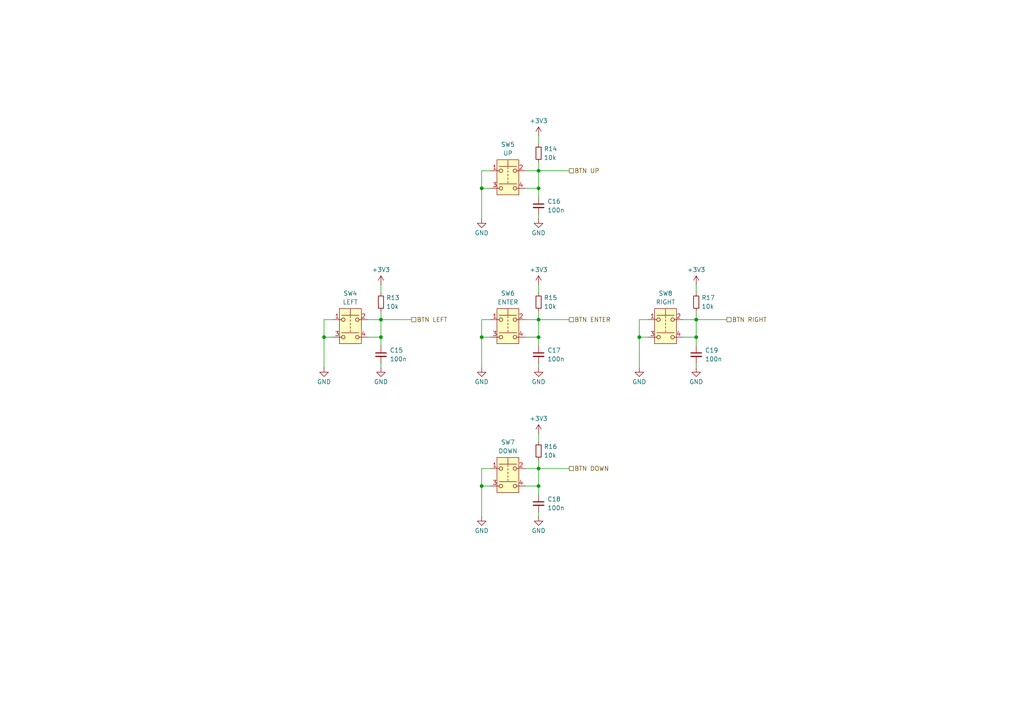
<source format=kicad_sch>
(kicad_sch (version 20250114) (generator "eeschema") (generator_version "9.0")
  (paper "A4")
  (title_block (title "ESP32MP3 devboard") (date "2025-12-08") (rev "Rev 1.0") (company "GiacoBot") (comment 1 "https://github.com/GiacoBot/ESP32MP3"))
  (lib_symbols
    (symbol "Device:C_Small" (pin_numbers (hide yes)) (pin_names (offset 0.254) (hide yes))
      (property "Reference" "C" (at 0.254 1.778 0))
      (property "Value" "C_Small" (at 0.254 -2.032 0))
      (symbol "C_Small_0_1"
        (polyline (pts (xy -1.524 0.508) (xy 1.524 0.508)) (stroke (width 0.3048)))
        (polyline (pts (xy -1.524 -0.508) (xy 1.524 -0.508)) (stroke (width 0.3302)))
      )
      (symbol "C_Small_1_1"
        (pin passive line (at 0 2.54 270) (length 2.032) (name "~") (number "1"))
        (pin passive line (at 0 -2.54 90) (length 2.032) (name "~") (number "2"))
      )
    )
    (symbol "Device:R_Small" (pin_numbers (hide yes)) (pin_names (offset 0.254) (hide yes))
      (property "Reference" "R" (at 0 0 90))
      (property "Value" "R_Small" (at 1.778 0 90))
      (symbol "R_Small_0_1"
        (rectangle (start -0.762 1.778) (end 0.762 -1.778) (stroke (width 0.2032)))
      )
      (symbol "R_Small_1_1"
        (pin passive line (at 0 2.54 270) (length 0.762) (name "~") (number "1"))
        (pin passive line (at 0 -2.54 90) (length 0.762) (name "~") (number "2"))
      )
    )
    (symbol "Switch:SW_Push_Dual" (pin_names (offset 1.016) (hide yes))
      (property "Reference" "SW" (at 0 7.62 0))
      (property "Value" "SW_Push_Dual" (at 0 -6.35 0))
      (symbol "SW_Push_Dual_0_1"
        (circle (center -2.032 2.54) (radius 0.508))
        (circle (center -2.032 -2.54) (radius 0.508))
        (polyline (pts (xy 0 3.81) (xy 0 5.588)))
        (polyline (pts (xy 0 3.048) (xy 0 3.556)))
        (polyline (pts (xy 0 2.032) (xy 0 2.54)))
        (polyline (pts (xy 0 1.016) (xy 0 1.524)))
        (polyline (pts (xy 0 0.508) (xy 0 0)))
        (polyline (pts (xy 0 -0.508) (xy 0 -1.016)))
        (circle (center 2.032 2.54) (radius 0.508))
        (circle (center 2.032 -2.54) (radius 0.508))
        (polyline (pts (xy 2.54 3.81) (xy -2.54 3.81)))
        (polyline (pts (xy 2.54 -1.27) (xy -2.54 -1.27)))
        (pin passive line (at -5.08 2.54 0) (length 2.54) (name "1") (number "1"))
        (pin passive line (at -5.08 -2.54 0) (length 2.54) (name "3") (number "3"))
        (pin passive line (at 5.08 2.54 180) (length 2.54) (name "2") (number "2"))
        (pin passive line (at 5.08 -2.54 180) (length 2.54) (name "4") (number "4"))
      )
      (symbol "SW_Push_Dual_1_1"
        (rectangle (start -3.175 5.715) (end 3.175 -4.445) (fill (type background)))
      )
    )
    (symbol "power:+3V3" (power) (pin_numbers (hide yes)) (pin_names (offset 0) (hide yes))
      (property "Value" "+3V3" (at 0 3.556 0))
      (symbol "+3V3_0_1"
        (polyline (pts (xy -0.762 1.27) (xy 0 2.54)))
        (polyline (pts (xy 0 2.54) (xy 0.762 1.27)))
        (polyline (pts (xy 0 0) (xy 0 2.54)))
      )
      (symbol "+3V3_1_1"
        (pin power_in line (at 0 0 90) (length 0) (name "~") (number "1"))
      )
    )
    (symbol "power:GND" (power) (pin_numbers (hide yes)) (pin_names (offset 0) (hide yes))
      (property "Value" "GND" (at 0 -3.81 0))
      (symbol "GND_0_1"
        (polyline (pts (xy 0 0) (xy 0 -1.27) (xy 1.27 -1.27) (xy 0 -2.54) (xy -1.27 -1.27) (xy 0 -1.27)))
      )
      (symbol "GND_1_1"
        (pin power_in line (at 0 0 270) (length 0) (name "~") (number "1"))
      )
    )
  )
  (junction (at 185.42 97.79))
  (junction (at 110.49 92.71))
  (junction (at 93.98 97.79))
  (junction (at 139.7 54.61))
  (junction (at 139.7 97.79))
  (junction (at 201.93 97.79))
  (junction (at 156.21 135.89))
  (junction (at 139.7 140.97))
  (junction (at 156.21 140.97))
  (junction (at 201.93 92.71))
  (junction (at 156.21 97.79))
  (junction (at 156.21 92.71))
  (junction (at 110.49 97.79))
  (junction (at 156.21 49.53))
  (junction (at 156.21 54.61))
  (wire (pts (xy 139.7 54.61) (xy 139.7 63.5)))
  (wire (pts (xy 185.42 97.79) (xy 187.96 97.79)))
  (wire (pts (xy 156.21 49.53) (xy 156.21 54.61)))
  (wire (pts (xy 110.49 97.79) (xy 110.49 100.33)))
  (wire (pts (xy 156.21 140.97) (xy 156.21 143.51)))
  (wire (pts (xy 139.7 135.89) (xy 139.7 140.97)))
  (wire (pts (xy 198.12 97.79) (xy 201.93 97.79)))
  (wire (pts (xy 142.24 49.53) (xy 139.7 49.53)))
  (wire (pts (xy 156.21 149.86) (xy 156.21 148.59)))
  (wire (pts (xy 152.4 135.89) (xy 156.21 135.89)))
  (wire (pts (xy 156.21 135.89) (xy 156.21 133.35)))
  (wire (pts (xy 187.96 92.71) (xy 185.42 92.71)))
  (wire (pts (xy 201.93 92.71) (xy 201.93 97.79)))
  (wire (pts (xy 185.42 97.79) (xy 185.42 106.68)))
  (wire (pts (xy 139.7 97.79) (xy 139.7 106.68)))
  (wire (pts (xy 142.24 92.71) (xy 139.7 92.71)))
  (wire (pts (xy 201.93 106.68) (xy 201.93 105.41)))
  (wire (pts (xy 152.4 97.79) (xy 156.21 97.79)))
  (wire (pts (xy 156.21 63.5) (xy 156.21 62.23)))
  (wire (pts (xy 152.4 54.61) (xy 156.21 54.61)))
  (wire (pts (xy 156.21 92.71) (xy 165.1 92.71)))
  (wire (pts (xy 152.4 140.97) (xy 156.21 140.97)))
  (wire (pts (xy 156.21 92.71) (xy 156.21 90.17)))
  (wire (pts (xy 201.93 82.55) (xy 201.93 85.09)))
  (wire (pts (xy 201.93 97.79) (xy 201.93 100.33)))
  (wire (pts (xy 110.49 92.71) (xy 110.49 97.79)))
  (wire (pts (xy 156.21 125.73) (xy 156.21 128.27)))
  (wire (pts (xy 156.21 49.53) (xy 156.21 46.99)))
  (wire (pts (xy 139.7 140.97) (xy 142.24 140.97)))
  (wire (pts (xy 93.98 97.79) (xy 93.98 106.68)))
  (wire (pts (xy 152.4 49.53) (xy 156.21 49.53)))
  (wire (pts (xy 139.7 140.97) (xy 139.7 149.86)))
  (wire (pts (xy 142.24 135.89) (xy 139.7 135.89)))
  (wire (pts (xy 93.98 97.79) (xy 96.52 97.79)))
  (wire (pts (xy 185.42 92.71) (xy 185.42 97.79)))
  (wire (pts (xy 156.21 97.79) (xy 156.21 100.33)))
  (wire (pts (xy 152.4 92.71) (xy 156.21 92.71)))
  (wire (pts (xy 201.93 92.71) (xy 210.82 92.71)))
  (wire (pts (xy 156.21 49.53) (xy 165.1 49.53)))
  (wire (pts (xy 96.52 92.71) (xy 93.98 92.71)))
  (wire (pts (xy 139.7 49.53) (xy 139.7 54.61)))
  (wire (pts (xy 156.21 54.61) (xy 156.21 57.15)))
  (wire (pts (xy 106.68 97.79) (xy 110.49 97.79)))
  (wire (pts (xy 139.7 92.71) (xy 139.7 97.79)))
  (wire (pts (xy 106.68 92.71) (xy 110.49 92.71)))
  (wire (pts (xy 110.49 106.68) (xy 110.49 105.41)))
  (wire (pts (xy 156.21 106.68) (xy 156.21 105.41)))
  (wire (pts (xy 201.93 92.71) (xy 201.93 90.17)))
  (wire (pts (xy 156.21 39.37) (xy 156.21 41.91)))
  (wire (pts (xy 198.12 92.71) (xy 201.93 92.71)))
  (wire (pts (xy 156.21 135.89) (xy 165.1 135.89)))
  (wire (pts (xy 156.21 82.55) (xy 156.21 85.09)))
  (wire (pts (xy 139.7 97.79) (xy 142.24 97.79)))
  (wire (pts (xy 139.7 54.61) (xy 142.24 54.61)))
  (wire (pts (xy 110.49 92.71) (xy 119.38 92.71)))
  (wire (pts (xy 156.21 92.71) (xy 156.21 97.79)))
  (wire (pts (xy 156.21 135.89) (xy 156.21 140.97)))
  (wire (pts (xy 110.49 82.55) (xy 110.49 85.09)))
  (wire (pts (xy 93.98 92.71) (xy 93.98 97.79)))
  (wire (pts (xy 110.49 92.71) (xy 110.49 90.17)))
  (hierarchical_label "BTN LEFT" (shape passive) (at 119.38 92.71 0))
  (hierarchical_label "BTN UP" (shape passive) (at 165.1 49.53 0))
  (hierarchical_label "BTN DOWN" (shape passive) (at 165.1 135.89 0))
  (hierarchical_label "BTN ENTER" (shape passive) (at 165.1 92.71 0))
  (hierarchical_label "BTN RIGHT" (shape passive) (at 210.82 92.71 0))
  (symbol (lib_id "Device:R_Small") (at 156.21 87.63 0) (unit 1)
    (property "Reference" "R15" (at 157.734 86.36 0) (effects (justify left)))
    (property "Value" "10k" (at 157.734 88.9 0) (effects (justify left)))
    (property "Footprint" "Resistor_SMD:R_0603_1608Metric_Pad0.98x0.95mm_HandSolder" (effects (hide yes)))
    (property "Description" "Resistor, small symbol" (effects (hide yes)))
    (property "Part Number" "YAGEO RC0603FR-0710KL" (effects (hide yes)))
  )
  (symbol (lib_id "Switch:SW_Push_Dual") (at 101.6 95.25 0) (unit 1)
    (property "Reference" "SW4" (at 101.6 85.09 0))
    (property "Value" "LEFT" (at 101.6 87.63 0))
    (property "Footprint" "Library:PTS526SM15SMTR2LFS" (effects (hide yes)))
    (property "Description" "Push button switch, generic, symbol, four pins" (effects (hide yes)))
    (property "Part Number" "C&K PTS526SK15SMTR2LFS" (effects (hide yes)))
  )
  (symbol (lib_id "Switch:SW_Push_Dual") (at 193.04 95.25 0) (unit 1)
    (property "Reference" "SW8" (at 193.04 85.09 0))
    (property "Value" "RIGHT" (at 193.04 87.63 0))
    (property "Footprint" "Library:PTS526SM15SMTR2LFS" (effects (hide yes)))
    (property "Description" "Push button switch, generic, symbol, four pins" (effects (hide yes)))
    (property "Part Number" "C&K PTS526SK15SMTR2LFS" (effects (hide yes)))
  )
  (symbol (lib_id "Device:C_Small") (at 156.21 146.05 0) (unit 1)
    (property "Reference" "C18" (at 158.75 144.7862 0) (effects (justify left)))
    (property "Value" "100n" (at 158.75 147.3262 0) (effects (justify left)))
    (property "Footprint" "Capacitor_SMD:C_0603_1608Metric" (effects (hide yes)))
    (property "Description" "Unpolarized capacitor, small symbol" (effects (hide yes)))
    (property "Part Number" "YAGEO CC0603KRX7R9BB104" (effects (hide yes)))
  )
  (symbol (lib_id "Switch:SW_Push_Dual") (at 147.32 52.07 0) (unit 1)
    (property "Reference" "SW5" (at 147.32 41.91 0))
    (property "Value" "UP" (at 147.32 44.45 0))
    (property "Footprint" "Library:PTS526SM15SMTR2LFS" (effects (hide yes)))
    (property "Description" "Push button switch, generic, symbol, four pins" (effects (hide yes)))
    (property "Part Number" "C&K PTS526SK15SMTR2LFS" (effects (hide yes)))
  )
  (symbol (lib_id "Device:R_Small") (at 110.49 87.63 0) (unit 1)
    (property "Reference" "R13" (at 112.014 86.36 0) (effects (justify left)))
    (property "Value" "10k" (at 112.014 88.9 0) (effects (justify left)))
    (property "Footprint" "Resistor_SMD:R_0603_1608Metric_Pad0.98x0.95mm_HandSolder" (effects (hide yes)))
    (property "Description" "Resistor, small symbol" (effects (hide yes)))
    (property "Part Number" "YAGEO RC0603FR-0710KL" (effects (hide yes)))
  )
  (symbol (lib_id "power:GND") (at 156.21 149.86 0) (unit 1)
    (property "Reference" "#PWR062" (effects (hide yes)))
    (property "Value" "GND" (at 156.21 153.924 0))
    (property "Description" "Power symbol creates a global label with name \"GND\" , ground" (effects (hide yes)))
  )
  (symbol (lib_id "power:GND") (at 110.49 106.68 0) (unit 1)
    (property "Reference" "#PWR053" (effects (hide yes)))
    (property "Value" "GND" (at 110.49 110.744 0))
    (property "Description" "Power symbol creates a global label with name \"GND\" , ground" (effects (hide yes)))
  )
  (symbol (lib_id "power:GND") (at 201.93 106.68 0) (unit 1)
    (property "Reference" "#PWR065" (effects (hide yes)))
    (property "Value" "GND" (at 201.93 110.744 0))
    (property "Description" "Power symbol creates a global label with name \"GND\" , ground" (effects (hide yes)))
  )
  (symbol (lib_id "Switch:SW_Push_Dual") (at 147.32 95.25 0) (unit 1)
    (property "Reference" "SW6" (at 147.32 85.09 0))
    (property "Value" "ENTER" (at 147.32 87.63 0))
    (property "Footprint" "Library:PTS526SM15SMTR2LFS" (effects (hide yes)))
    (property "Description" "Push button switch, generic, symbol, four pins" (effects (hide yes)))
    (property "Part Number" "C&K PTS526SK15SMTR2LFS" (effects (hide yes)))
  )
  (symbol (lib_id "power:+3V3") (at 156.21 125.73 0) (unit 1)
    (property "Reference" "#PWR061" (effects (hide yes)))
    (property "Value" "+3V3" (at 156.21 121.412 0))
    (property "Description" "Power symbol creates a global label with name \"+3V3\"" (effects (hide yes)))
  )
  (symbol (lib_id "Device:R_Small") (at 156.21 130.81 0) (unit 1)
    (property "Reference" "R16" (at 157.734 129.54 0) (effects (justify left)))
    (property "Value" "10k" (at 157.734 132.08 0) (effects (justify left)))
    (property "Footprint" "Resistor_SMD:R_0603_1608Metric_Pad0.98x0.95mm_HandSolder" (effects (hide yes)))
    (property "Description" "Resistor, small symbol" (effects (hide yes)))
    (property "Part Number" "YAGEO RC0603FR-0710KL" (effects (hide yes)))
  )
  (symbol (lib_id "power:GND") (at 185.42 106.68 0) (unit 1)
    (property "Reference" "#PWR063" (effects (hide yes)))
    (property "Value" "GND" (at 185.42 110.744 0))
    (property "Description" "Power symbol creates a global label with name \"GND\" , ground" (effects (hide yes)))
  )
  (symbol (lib_id "power:+3V3") (at 110.49 82.55 0) (unit 1)
    (property "Reference" "#PWR052" (effects (hide yes)))
    (property "Value" "+3V3" (at 110.49 78.232 0))
    (property "Description" "Power symbol creates a global label with name \"+3V3\"" (effects (hide yes)))
  )
  (symbol (lib_id "power:GND") (at 156.21 63.5 0) (unit 1)
    (property "Reference" "#PWR058" (effects (hide yes)))
    (property "Value" "GND" (at 156.21 67.564 0))
    (property "Description" "Power symbol creates a global label with name \"GND\" , ground" (effects (hide yes)))
  )
  (symbol (lib_id "Device:C_Small") (at 156.21 59.69 0) (unit 1)
    (property "Reference" "C16" (at 158.75 58.4262 0) (effects (justify left)))
    (property "Value" "100n" (at 158.75 60.9662 0) (effects (justify left)))
    (property "Footprint" "Capacitor_SMD:C_0603_1608Metric" (effects (hide yes)))
    (property "Description" "Unpolarized capacitor, small symbol" (effects (hide yes)))
    (property "Part Number" "YAGEO CC0603KRX7R9BB104" (effects (hide yes)))
  )
  (symbol (lib_id "power:GND") (at 139.7 106.68 0) (unit 1)
    (property "Reference" "#PWR055" (effects (hide yes)))
    (property "Value" "GND" (at 139.7 110.744 0))
    (property "Description" "Power symbol creates a global label with name \"GND\" , ground" (effects (hide yes)))
  )
  (symbol (lib_id "power:+3V3") (at 201.93 82.55 0) (unit 1)
    (property "Reference" "#PWR064" (effects (hide yes)))
    (property "Value" "+3V3" (at 201.93 78.232 0))
    (property "Description" "Power symbol creates a global label with name \"+3V3\"" (effects (hide yes)))
  )
  (symbol (lib_id "Switch:SW_Push_Dual") (at 147.32 138.43 0) (unit 1)
    (property "Reference" "SW7" (at 147.32 128.27 0))
    (property "Value" "DOWN" (at 147.32 130.81 0))
    (property "Footprint" "Library:PTS526SM15SMTR2LFS" (effects (hide yes)))
    (property "Description" "Push button switch, generic, symbol, four pins" (effects (hide yes)))
    (property "Part Number" "C&K PTS526SK15SMTR2LFS" (effects (hide yes)))
  )
  (symbol (lib_id "Device:C_Small") (at 201.93 102.87 0) (unit 1)
    (property "Reference" "C19" (at 204.47 101.6062 0) (effects (justify left)))
    (property "Value" "100n" (at 204.47 104.1462 0) (effects (justify left)))
    (property "Footprint" "Capacitor_SMD:C_0603_1608Metric" (effects (hide yes)))
    (property "Description" "Unpolarized capacitor, small symbol" (effects (hide yes)))
    (property "Part Number" "YAGEO CC0603KRX7R9BB104" (effects (hide yes)))
  )
  (symbol (lib_id "Device:R_Small") (at 201.93 87.63 0) (unit 1)
    (property "Reference" "R17" (at 203.454 86.36 0) (effects (justify left)))
    (property "Value" "10k" (at 203.454 88.9 0) (effects (justify left)))
    (property "Footprint" "Resistor_SMD:R_0603_1608Metric_Pad0.98x0.95mm_HandSolder" (effects (hide yes)))
    (property "Description" "Resistor, small symbol" (effects (hide yes)))
    (property "Part Number" "YAGEO RC0603FR-0710KL" (effects (hide yes)))
  )
  (symbol (lib_id "power:+3V3") (at 156.21 39.37 0) (unit 1)
    (property "Reference" "#PWR057" (effects (hide yes)))
    (property "Value" "+3V3" (at 156.21 35.052 0))
    (property "Description" "Power symbol creates a global label with name \"+3V3\"" (effects (hide yes)))
  )
  (symbol (lib_id "Device:C_Small") (at 110.49 102.87 0) (unit 1)
    (property "Reference" "C15" (at 113.03 101.6062 0) (effects (justify left)))
    (property "Value" "100n" (at 113.03 104.1462 0) (effects (justify left)))
    (property "Footprint" "Capacitor_SMD:C_0603_1608Metric" (effects (hide yes)))
    (property "Description" "Unpolarized capacitor, small symbol" (effects (hide yes)))
    (property "Part Number" "YAGEO CC0603KRX7R9BB104" (effects (hide yes)))
  )
  (symbol (lib_id "Device:C_Small") (at 156.21 102.87 0) (unit 1)
    (property "Reference" "C17" (at 158.75 101.6062 0) (effects (justify left)))
    (property "Value" "100n" (at 158.75 104.1462 0) (effects (justify left)))
    (property "Footprint" "Capacitor_SMD:C_0603_1608Metric" (effects (hide yes)))
    (property "Description" "Unpolarized capacitor, small symbol" (effects (hide yes)))
    (property "Part Number" "YAGEO CC0603KRX7R9BB104" (effects (hide yes)))
  )
  (symbol (lib_id "power:GND") (at 139.7 63.5 0) (unit 1)
    (property "Reference" "#PWR054" (effects (hide yes)))
    (property "Value" "GND" (at 139.7 67.564 0))
    (property "Description" "Power symbol creates a global label with name \"GND\" , ground" (effects (hide yes)))
  )
  (symbol (lib_id "Device:R_Small") (at 156.21 44.45 0) (unit 1)
    (property "Reference" "R14" (at 157.734 43.18 0) (effects (justify left)))
    (property "Value" "10k" (at 157.734 45.72 0) (effects (justify left)))
    (property "Footprint" "Resistor_SMD:R_0603_1608Metric_Pad0.98x0.95mm_HandSolder" (effects (hide yes)))
    (property "Description" "Resistor, small symbol" (effects (hide yes)))
    (property "Part Number" "YAGEO RC0603FR-0710KL" (effects (hide yes)))
  )
  (symbol (lib_id "power:GND") (at 156.21 106.68 0) (unit 1)
    (property "Reference" "#PWR060" (effects (hide yes)))
    (property "Value" "GND" (at 156.21 110.744 0))
    (property "Description" "Power symbol creates a global label with name \"GND\" , ground" (effects (hide yes)))
  )
  (symbol (lib_id "power:+3V3") (at 156.21 82.55 0) (unit 1)
    (property "Reference" "#PWR059" (effects (hide yes)))
    (property "Value" "+3V3" (at 156.21 78.232 0))
    (property "Description" "Power symbol creates a global label with name \"+3V3\"" (effects (hide yes)))
  )
  (symbol (lib_id "power:GND") (at 139.7 149.86 0) (unit 1)
    (property "Reference" "#PWR056" (effects (hide yes)))
    (property "Value" "GND" (at 139.7 153.924 0))
    (property "Description" "Power symbol creates a global label with name \"GND\" , ground" (effects (hide yes)))
  )
  (symbol (lib_id "power:GND") (at 93.98 106.68 0) (unit 1)
    (property "Reference" "#PWR051" (effects (hide yes)))
    (property "Value" "GND" (at 93.98 110.744 0))
    (property "Description" "Power symbol creates a global label with name \"GND\" , ground" (effects (hide yes)))
  )
)
</source>
